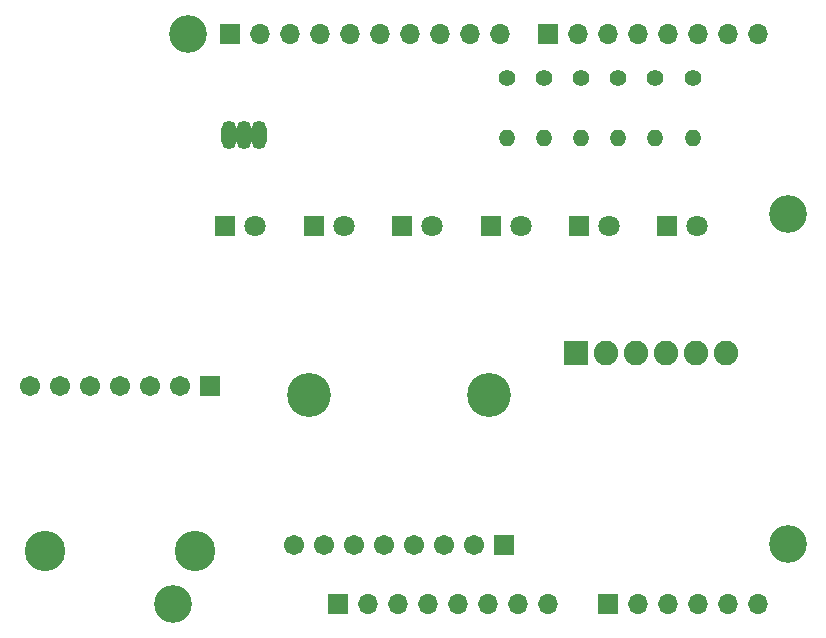
<source format=gbr>
%TF.GenerationSoftware,KiCad,Pcbnew,8.0.8*%
%TF.CreationDate,2025-03-12T20:49:11-06:00*%
%TF.ProjectId,ArduinoUnoSheildFinalProject,41726475-696e-46f5-956e-6f536865696c,rev?*%
%TF.SameCoordinates,Original*%
%TF.FileFunction,Soldermask,Top*%
%TF.FilePolarity,Negative*%
%FSLAX46Y46*%
G04 Gerber Fmt 4.6, Leading zero omitted, Abs format (unit mm)*
G04 Created by KiCad (PCBNEW 8.0.8) date 2025-03-12 20:49:11*
%MOMM*%
%LPD*%
G01*
G04 APERTURE LIST*
G04 Aperture macros list*
%AMRoundRect*
0 Rectangle with rounded corners*
0 $1 Rounding radius*
0 $2 $3 $4 $5 $6 $7 $8 $9 X,Y pos of 4 corners*
0 Add a 4 corners polygon primitive as box body*
4,1,4,$2,$3,$4,$5,$6,$7,$8,$9,$2,$3,0*
0 Add four circle primitives for the rounded corners*
1,1,$1+$1,$2,$3*
1,1,$1+$1,$4,$5*
1,1,$1+$1,$6,$7*
1,1,$1+$1,$8,$9*
0 Add four rect primitives between the rounded corners*
20,1,$1+$1,$2,$3,$4,$5,0*
20,1,$1+$1,$4,$5,$6,$7,0*
20,1,$1+$1,$6,$7,$8,$9,0*
20,1,$1+$1,$8,$9,$2,$3,0*%
G04 Aperture macros list end*
%ADD10R,1.700000X1.700000*%
%ADD11O,1.700000X1.700000*%
%ADD12C,1.400000*%
%ADD13O,1.400000X1.400000*%
%ADD14RoundRect,0.102000X0.754000X0.754000X-0.754000X0.754000X-0.754000X-0.754000X0.754000X-0.754000X0*%
%ADD15C,1.712000*%
%ADD16C,3.420000*%
%ADD17R,1.800000X1.800000*%
%ADD18C,1.800000*%
%ADD19C,3.200000*%
%ADD20RoundRect,0.102000X0.939800X0.939800X-0.939800X0.939800X-0.939800X-0.939800X0.939800X-0.939800X0*%
%ADD21C,2.083600*%
%ADD22RoundRect,0.102000X-0.754000X-0.754000X0.754000X-0.754000X0.754000X0.754000X-0.754000X0.754000X0*%
%ADD23C,3.720000*%
%ADD24O,1.304000X2.404000*%
G04 APERTURE END LIST*
D10*
%TO.C,J1*%
X127940000Y-97460000D03*
D11*
X130480000Y-97460000D03*
X133020000Y-97460000D03*
X135560000Y-97460000D03*
X138100000Y-97460000D03*
X140640000Y-97460000D03*
X143180000Y-97460000D03*
X145720000Y-97460000D03*
%TD*%
D10*
%TO.C,J3*%
X150800000Y-97460000D03*
D11*
X153340000Y-97460000D03*
X155880000Y-97460000D03*
X158420000Y-97460000D03*
X160960000Y-97460000D03*
X163500000Y-97460000D03*
%TD*%
D10*
%TO.C,J2*%
X118796000Y-49200000D03*
D11*
X121336000Y-49200000D03*
X123876000Y-49200000D03*
X126416000Y-49200000D03*
X128956000Y-49200000D03*
X131496000Y-49200000D03*
X134036000Y-49200000D03*
X136576000Y-49200000D03*
X139116000Y-49200000D03*
X141656000Y-49200000D03*
%TD*%
D10*
%TO.C,J4*%
X145720000Y-49200000D03*
D11*
X148260000Y-49200000D03*
X150800000Y-49200000D03*
X153340000Y-49200000D03*
X155880000Y-49200000D03*
X158420000Y-49200000D03*
X160960000Y-49200000D03*
X163500000Y-49200000D03*
%TD*%
D12*
%TO.C,R3*%
X151700000Y-52960000D03*
D13*
X151700000Y-58040000D03*
%TD*%
D12*
%TO.C,R2*%
X154850000Y-52960000D03*
D13*
X154850000Y-58040000D03*
%TD*%
D14*
%TO.C,U3*%
X117120000Y-79000000D03*
D15*
X114580000Y-79000000D03*
X112040000Y-79000000D03*
X109500000Y-79000000D03*
X106960000Y-79000000D03*
X104420000Y-79000000D03*
X101880000Y-79000000D03*
D16*
X115850000Y-92970000D03*
X103150000Y-92970000D03*
%TD*%
D17*
%TO.C,D1*%
X155840000Y-65500000D03*
D18*
X158380000Y-65500000D03*
%TD*%
D19*
%TO.C,MH1*%
X115240000Y-49200000D03*
%TD*%
D17*
%TO.C,D6*%
X118450000Y-65500000D03*
D18*
X120990000Y-65500000D03*
%TD*%
D17*
%TO.C,D2*%
X148370000Y-65500000D03*
D18*
X150910000Y-65500000D03*
%TD*%
D20*
%TO.C,U1*%
X148150000Y-76245000D03*
D21*
X150690000Y-76245000D03*
X153230000Y-76245000D03*
X155770000Y-76245000D03*
X158310000Y-76245000D03*
X160850000Y-76245000D03*
%TD*%
D12*
%TO.C,R4*%
X148550000Y-52960000D03*
D13*
X148550000Y-58040000D03*
%TD*%
D17*
%TO.C,D5*%
X125960000Y-65500000D03*
D18*
X128500000Y-65500000D03*
%TD*%
D12*
%TO.C,R1*%
X158000000Y-52960000D03*
D13*
X158000000Y-58040000D03*
%TD*%
D12*
%TO.C,R5*%
X145400000Y-52960000D03*
D13*
X145400000Y-58040000D03*
%TD*%
D12*
%TO.C,R6*%
X142250000Y-52960000D03*
D13*
X142250000Y-58040000D03*
%TD*%
D22*
%TO.C,U4*%
X142000000Y-92500000D03*
D15*
X139460000Y-92500000D03*
X136920000Y-92500000D03*
X134380000Y-92500000D03*
X131840000Y-92500000D03*
X129300000Y-92500000D03*
X126760000Y-92500000D03*
X124220000Y-92500000D03*
D23*
X125490000Y-79800000D03*
X140730000Y-79800000D03*
%TD*%
D19*
%TO.C,MH2*%
X113970000Y-97460000D03*
%TD*%
%TO.C,MH3*%
X166040000Y-64440000D03*
%TD*%
%TO.C,MH4*%
X166040000Y-92380000D03*
%TD*%
D24*
%TO.C,U2*%
X118730000Y-57780000D03*
X120000000Y-57780000D03*
X121270000Y-57780000D03*
%TD*%
D17*
%TO.C,D4*%
X133430000Y-65500000D03*
D18*
X135970000Y-65500000D03*
%TD*%
D17*
%TO.C,D3*%
X140900000Y-65500000D03*
D18*
X143440000Y-65500000D03*
%TD*%
M02*

</source>
